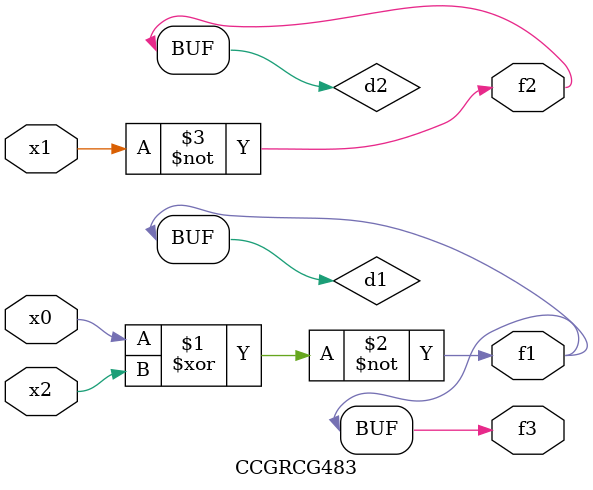
<source format=v>
module CCGRCG483(
	input x0, x1, x2,
	output f1, f2, f3
);

	wire d1, d2, d3;

	xnor (d1, x0, x2);
	nand (d2, x1);
	nor (d3, x1, x2);
	assign f1 = d1;
	assign f2 = d2;
	assign f3 = d1;
endmodule

</source>
